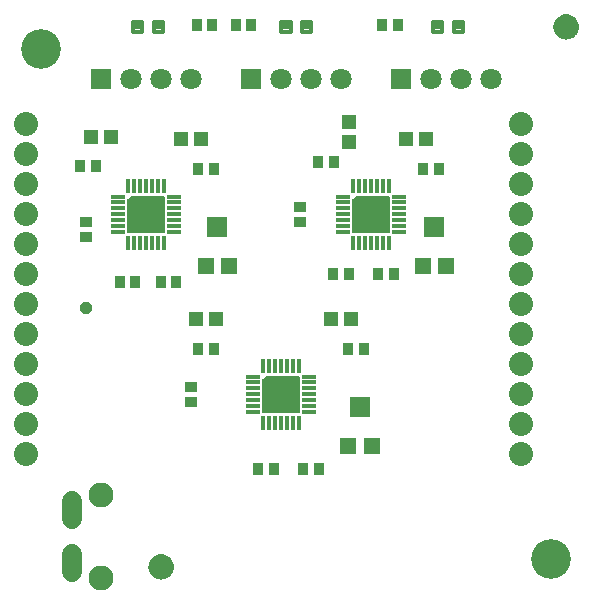
<source format=gts>
G75*
%MOIN*%
%OFA0B0*%
%FSLAX24Y24*%
%IPPOS*%
%LPD*%
%AMOC8*
5,1,8,0,0,1.08239X$1,22.5*
%
%ADD10C,0.1320*%
%ADD11R,0.0513X0.0178*%
%ADD12R,0.0178X0.0513*%
%ADD13C,0.0059*%
%ADD14R,0.0532X0.0532*%
%ADD15R,0.0690X0.0651*%
%ADD16R,0.0454X0.0493*%
%ADD17R,0.0336X0.0414*%
%ADD18R,0.0414X0.0336*%
%ADD19R,0.0710X0.0710*%
%ADD20C,0.0710*%
%ADD21R,0.0493X0.0454*%
%ADD22C,0.0800*%
%ADD23C,0.0136*%
%ADD24C,0.0651*%
%ADD25C,0.0828*%
%ADD26C,0.0050*%
%ADD27OC8,0.0400*%
D10*
X003760Y018500D03*
X020760Y001500D03*
D11*
X012705Y006409D03*
X012705Y006606D03*
X012705Y006803D03*
X012705Y007000D03*
X012705Y007197D03*
X012705Y007394D03*
X012705Y007591D03*
X010815Y007591D03*
X010815Y007394D03*
X010815Y007197D03*
X010815Y007000D03*
X010815Y006803D03*
X010815Y006606D03*
X010815Y006409D03*
X008205Y012409D03*
X008205Y012606D03*
X008205Y012803D03*
X008205Y013000D03*
X008205Y013197D03*
X008205Y013394D03*
X008205Y013591D03*
X006315Y013591D03*
X006315Y013394D03*
X006315Y013197D03*
X006315Y013000D03*
X006315Y012803D03*
X006315Y012606D03*
X006315Y012409D03*
X013815Y012409D03*
X013815Y012606D03*
X013815Y012803D03*
X013815Y013000D03*
X013815Y013197D03*
X013815Y013394D03*
X013815Y013591D03*
X015705Y013591D03*
X015705Y013394D03*
X015705Y013197D03*
X015705Y013000D03*
X015705Y012803D03*
X015705Y012606D03*
X015705Y012409D03*
D12*
X015351Y012055D03*
X015154Y012055D03*
X014957Y012055D03*
X014760Y012055D03*
X014564Y012055D03*
X014367Y012055D03*
X014170Y012055D03*
X014170Y013945D03*
X014367Y013945D03*
X014564Y013945D03*
X014760Y013945D03*
X014957Y013945D03*
X015154Y013945D03*
X015351Y013945D03*
X012351Y007945D03*
X012154Y007945D03*
X011957Y007945D03*
X011760Y007945D03*
X011564Y007945D03*
X011367Y007945D03*
X011170Y007945D03*
X011170Y006055D03*
X011367Y006055D03*
X011564Y006055D03*
X011760Y006055D03*
X011957Y006055D03*
X012154Y006055D03*
X012351Y006055D03*
X007851Y012055D03*
X007654Y012055D03*
X007457Y012055D03*
X007260Y012055D03*
X007064Y012055D03*
X006867Y012055D03*
X006670Y012055D03*
X006670Y013945D03*
X006867Y013945D03*
X007064Y013945D03*
X007260Y013945D03*
X007457Y013945D03*
X007654Y013945D03*
X007851Y013945D03*
D13*
X007851Y013591D02*
X007851Y012409D01*
X006670Y012409D01*
X006670Y013492D01*
X006695Y013496D01*
X006718Y013506D01*
X006739Y013522D01*
X006754Y013542D01*
X006764Y013565D01*
X006768Y013591D01*
X007851Y013591D01*
X007851Y013545D02*
X006756Y013545D01*
X006670Y013488D02*
X007851Y013488D01*
X007851Y013430D02*
X006670Y013430D01*
X006670Y013373D02*
X007851Y013373D01*
X007851Y013315D02*
X006670Y013315D01*
X006670Y013258D02*
X007851Y013258D01*
X007851Y013200D02*
X006670Y013200D01*
X006670Y013142D02*
X007851Y013142D01*
X007851Y013085D02*
X006670Y013085D01*
X006670Y013027D02*
X007851Y013027D01*
X007851Y012970D02*
X006670Y012970D01*
X006670Y012912D02*
X007851Y012912D01*
X007851Y012855D02*
X006670Y012855D01*
X006670Y012797D02*
X007851Y012797D01*
X007851Y012740D02*
X006670Y012740D01*
X006670Y012682D02*
X007851Y012682D01*
X007851Y012624D02*
X006670Y012624D01*
X006670Y012567D02*
X007851Y012567D01*
X007851Y012509D02*
X006670Y012509D01*
X006670Y012452D02*
X007851Y012452D01*
X011268Y007591D02*
X012351Y007591D01*
X012351Y006409D01*
X011170Y006409D01*
X011170Y007492D01*
X011195Y007496D01*
X011218Y007506D01*
X011239Y007522D01*
X011254Y007542D01*
X011264Y007565D01*
X011268Y007591D01*
X011262Y007560D02*
X012351Y007560D01*
X012351Y007502D02*
X011209Y007502D01*
X011170Y007444D02*
X012351Y007444D01*
X012351Y007387D02*
X011170Y007387D01*
X011170Y007329D02*
X012351Y007329D01*
X012351Y007272D02*
X011170Y007272D01*
X011170Y007214D02*
X012351Y007214D01*
X012351Y007157D02*
X011170Y007157D01*
X011170Y007099D02*
X012351Y007099D01*
X012351Y007042D02*
X011170Y007042D01*
X011170Y006984D02*
X012351Y006984D01*
X012351Y006926D02*
X011170Y006926D01*
X011170Y006869D02*
X012351Y006869D01*
X012351Y006811D02*
X011170Y006811D01*
X011170Y006754D02*
X012351Y006754D01*
X012351Y006696D02*
X011170Y006696D01*
X011170Y006639D02*
X012351Y006639D01*
X012351Y006581D02*
X011170Y006581D01*
X011170Y006524D02*
X012351Y006524D01*
X012351Y006466D02*
X011170Y006466D01*
X014170Y012409D02*
X014170Y013492D01*
X014195Y013496D01*
X014218Y013506D01*
X014239Y013522D01*
X014254Y013542D01*
X014264Y013565D01*
X014268Y013591D01*
X015351Y013591D01*
X015351Y012409D01*
X014170Y012409D01*
X014170Y012452D02*
X015351Y012452D01*
X015351Y012509D02*
X014170Y012509D01*
X014170Y012567D02*
X015351Y012567D01*
X015351Y012624D02*
X014170Y012624D01*
X014170Y012682D02*
X015351Y012682D01*
X015351Y012740D02*
X014170Y012740D01*
X014170Y012797D02*
X015351Y012797D01*
X015351Y012855D02*
X014170Y012855D01*
X014170Y012912D02*
X015351Y012912D01*
X015351Y012970D02*
X014170Y012970D01*
X014170Y013027D02*
X015351Y013027D01*
X015351Y013085D02*
X014170Y013085D01*
X014170Y013142D02*
X015351Y013142D01*
X015351Y013200D02*
X014170Y013200D01*
X014170Y013258D02*
X015351Y013258D01*
X015351Y013315D02*
X014170Y013315D01*
X014170Y013373D02*
X015351Y013373D01*
X015351Y013430D02*
X014170Y013430D01*
X014170Y013488D02*
X015351Y013488D01*
X015351Y013545D02*
X014256Y013545D01*
D14*
X016476Y011291D03*
X017263Y011291D03*
X014779Y005291D03*
X013992Y005291D03*
X010029Y011291D03*
X009242Y011291D03*
D15*
X009635Y012571D03*
X014385Y006571D03*
X016870Y012571D03*
D16*
X016595Y015500D03*
X015926Y015500D03*
X014095Y009500D03*
X013426Y009500D03*
X009595Y009500D03*
X008926Y009500D03*
X009095Y015500D03*
X008426Y015500D03*
X006095Y015563D03*
X005426Y015563D03*
D17*
X005579Y014625D03*
X005067Y014625D03*
X006379Y010750D03*
X006891Y010750D03*
X007754Y010750D03*
X008266Y010750D03*
X009004Y008500D03*
X009516Y008500D03*
X011004Y004500D03*
X011516Y004500D03*
X012504Y004500D03*
X013016Y004500D03*
X014004Y008500D03*
X014516Y008500D03*
X015004Y011000D03*
X015516Y011000D03*
X014016Y011000D03*
X013504Y011000D03*
X016504Y014500D03*
X017016Y014500D03*
X013516Y014750D03*
X013004Y014750D03*
X009516Y014500D03*
X009004Y014500D03*
X008942Y019313D03*
X009454Y019313D03*
X010254Y019313D03*
X010766Y019313D03*
X015129Y019313D03*
X015641Y019313D03*
D18*
X012385Y013256D03*
X012385Y012744D03*
X008760Y007256D03*
X008760Y006744D03*
X005260Y012244D03*
X005260Y012756D03*
D19*
X005760Y017500D03*
X010760Y017500D03*
X015760Y017500D03*
D20*
X016760Y017500D03*
X017760Y017500D03*
X018760Y017500D03*
X013760Y017500D03*
X012760Y017500D03*
X011760Y017500D03*
X008760Y017500D03*
X007760Y017500D03*
X006760Y017500D03*
D21*
X014010Y016085D03*
X014010Y015415D03*
D22*
X019760Y015000D03*
X019760Y014000D03*
X019760Y013000D03*
X019760Y012000D03*
X019760Y011000D03*
X019760Y010000D03*
X019760Y009000D03*
X019760Y008000D03*
X019760Y007000D03*
X019760Y006000D03*
X019760Y005000D03*
X019760Y016000D03*
X003260Y016000D03*
X003260Y015000D03*
X003260Y014000D03*
X003260Y013000D03*
X003260Y012000D03*
X003260Y011000D03*
X003260Y010000D03*
X003260Y009000D03*
X003260Y008000D03*
X003260Y007000D03*
X003260Y006000D03*
X003260Y005000D03*
D23*
X007137Y019091D02*
X007137Y019409D01*
X007137Y019091D02*
X006819Y019091D01*
X006819Y019409D01*
X007137Y019409D01*
X007137Y019226D02*
X006819Y019226D01*
X006819Y019361D02*
X007137Y019361D01*
X007827Y019409D02*
X007827Y019091D01*
X007509Y019091D01*
X007509Y019409D01*
X007827Y019409D01*
X007827Y019226D02*
X007509Y019226D01*
X007509Y019361D02*
X007827Y019361D01*
X011756Y019409D02*
X011756Y019091D01*
X011756Y019409D02*
X012074Y019409D01*
X012074Y019091D01*
X011756Y019091D01*
X011756Y019226D02*
X012074Y019226D01*
X012074Y019361D02*
X011756Y019361D01*
X012447Y019409D02*
X012447Y019091D01*
X012447Y019409D02*
X012765Y019409D01*
X012765Y019091D01*
X012447Y019091D01*
X012447Y019226D02*
X012765Y019226D01*
X012765Y019361D02*
X012447Y019361D01*
X016819Y019409D02*
X016819Y019091D01*
X016819Y019409D02*
X017137Y019409D01*
X017137Y019091D01*
X016819Y019091D01*
X016819Y019226D02*
X017137Y019226D01*
X017137Y019361D02*
X016819Y019361D01*
X017509Y019409D02*
X017509Y019091D01*
X017509Y019409D02*
X017827Y019409D01*
X017827Y019091D01*
X017509Y019091D01*
X017509Y019226D02*
X017827Y019226D01*
X017827Y019361D02*
X017509Y019361D01*
D24*
X004790Y001659D02*
X004790Y001069D01*
X004790Y002841D02*
X004790Y003431D01*
D25*
X005771Y003630D03*
X005771Y000870D03*
D26*
X007373Y001182D02*
X007390Y001115D01*
X007419Y001053D01*
X007459Y000997D01*
X007507Y000948D01*
X007564Y000909D01*
X007626Y000880D01*
X007692Y000862D01*
X007760Y000856D01*
X007829Y000862D01*
X007895Y000880D01*
X007957Y000909D01*
X008013Y000948D01*
X008062Y000997D01*
X008101Y001053D01*
X008130Y001115D01*
X008148Y001182D01*
X008154Y001250D01*
X008148Y001318D01*
X008130Y001385D01*
X008101Y001447D01*
X008062Y001503D01*
X008013Y001552D01*
X007957Y001591D01*
X007895Y001620D01*
X007829Y001638D01*
X007760Y001644D01*
X007692Y001638D01*
X007626Y001620D01*
X007564Y001591D01*
X007507Y001552D01*
X007459Y001503D01*
X007419Y001447D01*
X007390Y001385D01*
X007373Y001318D01*
X007367Y001250D01*
X007373Y001182D01*
X007375Y001172D02*
X008145Y001172D01*
X008151Y001220D02*
X007369Y001220D01*
X007368Y001269D02*
X008152Y001269D01*
X008148Y001317D02*
X007373Y001317D01*
X007385Y001366D02*
X008135Y001366D01*
X008117Y001414D02*
X007404Y001414D01*
X007430Y001463D02*
X008090Y001463D01*
X008054Y001511D02*
X007467Y001511D01*
X007519Y001560D02*
X008002Y001560D01*
X007921Y001608D02*
X007600Y001608D01*
X007388Y001123D02*
X008132Y001123D01*
X008111Y001075D02*
X007409Y001075D01*
X007438Y001026D02*
X008082Y001026D01*
X008043Y000978D02*
X007478Y000978D01*
X007535Y000929D02*
X007986Y000929D01*
X007896Y000881D02*
X007625Y000881D01*
X021007Y018948D02*
X021064Y018909D01*
X021126Y018880D01*
X021192Y018862D01*
X021260Y018856D01*
X021329Y018862D01*
X021395Y018880D01*
X021457Y018909D01*
X021513Y018948D01*
X021562Y018997D01*
X021601Y019053D01*
X021630Y019115D01*
X021648Y019182D01*
X021654Y019250D01*
X021648Y019318D01*
X021630Y019385D01*
X021601Y019447D01*
X021562Y019503D01*
X021513Y019552D01*
X021457Y019591D01*
X021395Y019620D01*
X021329Y019638D01*
X021260Y019644D01*
X021192Y019638D01*
X021126Y019620D01*
X021064Y019591D01*
X021007Y019552D01*
X020959Y019503D01*
X020919Y019447D01*
X020890Y019385D01*
X020873Y019318D01*
X020867Y019250D01*
X020873Y019182D01*
X020890Y019115D01*
X020919Y019053D01*
X020959Y018997D01*
X021007Y018948D01*
X020985Y018971D02*
X021536Y018971D01*
X021578Y019020D02*
X020943Y019020D01*
X020912Y019068D02*
X021608Y019068D01*
X021631Y019117D02*
X020890Y019117D01*
X020877Y019165D02*
X021644Y019165D01*
X021651Y019214D02*
X020870Y019214D01*
X020868Y019262D02*
X021653Y019262D01*
X021649Y019311D02*
X020872Y019311D01*
X020884Y019359D02*
X021637Y019359D01*
X021620Y019408D02*
X020901Y019408D01*
X020926Y019456D02*
X021595Y019456D01*
X021560Y019505D02*
X020960Y019505D01*
X021009Y019553D02*
X021511Y019553D01*
X021434Y019602D02*
X021086Y019602D01*
X021044Y018923D02*
X021477Y018923D01*
X021373Y018874D02*
X021148Y018874D01*
D27*
X005260Y009875D03*
M02*

</source>
